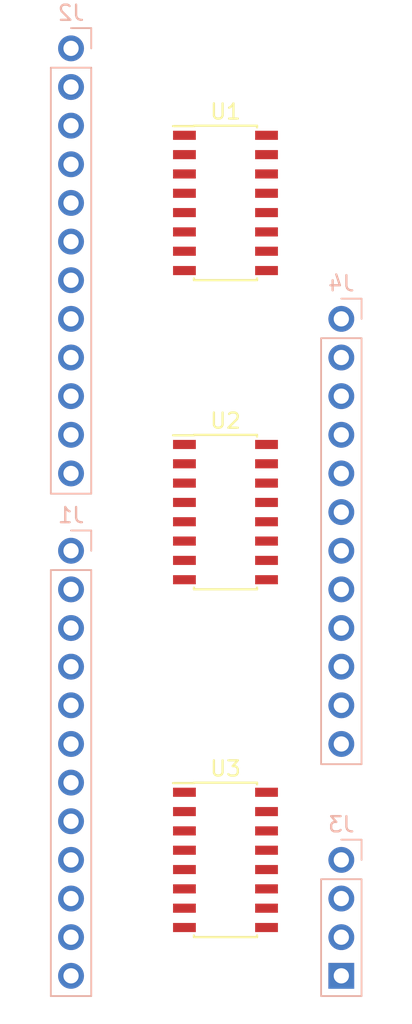
<source format=kicad_pcb>
(kicad_pcb (version 4) (host pcbnew 4.0.7)

  (general
    (links 48)
    (no_connects 48)
    (area 137.492381 67.815 164.76762 135.485)
    (thickness 1.6)
    (drawings 0)
    (tracks 0)
    (zones 0)
    (modules 7)
    (nets 41)
  )

  (page A4)
  (layers
    (0 F.Cu signal)
    (31 B.Cu signal)
    (32 B.Adhes user)
    (33 F.Adhes user)
    (34 B.Paste user)
    (35 F.Paste user)
    (36 B.SilkS user)
    (37 F.SilkS user)
    (38 B.Mask user)
    (39 F.Mask user)
    (40 Dwgs.User user)
    (41 Cmts.User user)
    (42 Eco1.User user)
    (43 Eco2.User user)
    (44 Edge.Cuts user)
    (45 Margin user)
    (46 B.CrtYd user)
    (47 F.CrtYd user)
    (48 B.Fab user)
    (49 F.Fab user)
  )

  (setup
    (last_trace_width 0.25)
    (trace_clearance 0.2)
    (zone_clearance 0.508)
    (zone_45_only no)
    (trace_min 0.2)
    (segment_width 0.2)
    (edge_width 0.15)
    (via_size 0.6)
    (via_drill 0.4)
    (via_min_size 0.4)
    (via_min_drill 0.3)
    (uvia_size 0.3)
    (uvia_drill 0.1)
    (uvias_allowed no)
    (uvia_min_size 0.2)
    (uvia_min_drill 0.1)
    (pcb_text_width 0.3)
    (pcb_text_size 1.5 1.5)
    (mod_edge_width 0.15)
    (mod_text_size 1 1)
    (mod_text_width 0.15)
    (pad_size 1.7 1.7)
    (pad_drill 1)
    (pad_to_mask_clearance 0.2)
    (aux_axis_origin 0 0)
    (visible_elements FFFFFF7F)
    (pcbplotparams
      (layerselection 0x00030_80000001)
      (usegerberextensions false)
      (excludeedgelayer true)
      (linewidth 0.100000)
      (plotframeref false)
      (viasonmask false)
      (mode 1)
      (useauxorigin false)
      (hpglpennumber 1)
      (hpglpenspeed 20)
      (hpglpendiameter 15)
      (hpglpenoverlay 2)
      (psnegative false)
      (psa4output false)
      (plotreference true)
      (plotvalue true)
      (plotinvisibletext false)
      (padsonsilk false)
      (subtractmaskfromsilk false)
      (outputformat 1)
      (mirror false)
      (drillshape 1)
      (scaleselection 1)
      (outputdirectory ""))
  )

  (net 0 "")
  (net 1 "Net-(J1-Pad1)")
  (net 2 "Net-(J1-Pad2)")
  (net 3 "Net-(J1-Pad3)")
  (net 4 "Net-(J1-Pad4)")
  (net 5 "Net-(J1-Pad5)")
  (net 6 "Net-(J1-Pad6)")
  (net 7 "Net-(J1-Pad7)")
  (net 8 "Net-(J1-Pad8)")
  (net 9 "Net-(J1-Pad9)")
  (net 10 "Net-(J1-Pad10)")
  (net 11 "Net-(J1-Pad11)")
  (net 12 "Net-(J1-Pad12)")
  (net 13 "Net-(J2-Pad1)")
  (net 14 "Net-(J2-Pad2)")
  (net 15 "Net-(J2-Pad3)")
  (net 16 "Net-(J2-Pad4)")
  (net 17 "Net-(J2-Pad5)")
  (net 18 "Net-(J2-Pad6)")
  (net 19 "Net-(J2-Pad7)")
  (net 20 "Net-(J2-Pad8)")
  (net 21 "Net-(J2-Pad9)")
  (net 22 "Net-(J2-Pad10)")
  (net 23 "Net-(J2-Pad11)")
  (net 24 "Net-(J2-Pad12)")
  (net 25 /SEL)
  (net 26 /~OE)
  (net 27 VCC)
  (net 28 GND)
  (net 29 "Net-(J4-Pad1)")
  (net 30 "Net-(J4-Pad2)")
  (net 31 "Net-(J4-Pad3)")
  (net 32 "Net-(J4-Pad4)")
  (net 33 "Net-(J4-Pad5)")
  (net 34 "Net-(J4-Pad6)")
  (net 35 /Absicht_BITCH)
  (net 36 "Net-(J4-Pad8)")
  (net 37 "Net-(J4-Pad9)")
  (net 38 "Net-(J4-Pad10)")
  (net 39 "Net-(J4-Pad11)")
  (net 40 "Net-(J4-Pad12)")

  (net_class Default "This is the default net class."
    (clearance 0.2)
    (trace_width 0.25)
    (via_dia 0.6)
    (via_drill 0.4)
    (uvia_dia 0.3)
    (uvia_drill 0.1)
    (add_net /Absicht_BITCH)
    (add_net /SEL)
    (add_net /~OE)
    (add_net GND)
    (add_net "Net-(J1-Pad1)")
    (add_net "Net-(J1-Pad10)")
    (add_net "Net-(J1-Pad11)")
    (add_net "Net-(J1-Pad12)")
    (add_net "Net-(J1-Pad2)")
    (add_net "Net-(J1-Pad3)")
    (add_net "Net-(J1-Pad4)")
    (add_net "Net-(J1-Pad5)")
    (add_net "Net-(J1-Pad6)")
    (add_net "Net-(J1-Pad7)")
    (add_net "Net-(J1-Pad8)")
    (add_net "Net-(J1-Pad9)")
    (add_net "Net-(J2-Pad1)")
    (add_net "Net-(J2-Pad10)")
    (add_net "Net-(J2-Pad11)")
    (add_net "Net-(J2-Pad12)")
    (add_net "Net-(J2-Pad2)")
    (add_net "Net-(J2-Pad3)")
    (add_net "Net-(J2-Pad4)")
    (add_net "Net-(J2-Pad5)")
    (add_net "Net-(J2-Pad6)")
    (add_net "Net-(J2-Pad7)")
    (add_net "Net-(J2-Pad8)")
    (add_net "Net-(J2-Pad9)")
    (add_net "Net-(J4-Pad1)")
    (add_net "Net-(J4-Pad10)")
    (add_net "Net-(J4-Pad11)")
    (add_net "Net-(J4-Pad12)")
    (add_net "Net-(J4-Pad2)")
    (add_net "Net-(J4-Pad3)")
    (add_net "Net-(J4-Pad4)")
    (add_net "Net-(J4-Pad5)")
    (add_net "Net-(J4-Pad6)")
    (add_net "Net-(J4-Pad8)")
    (add_net "Net-(J4-Pad9)")
    (add_net VCC)
  )

  (module Pin_Headers:Pin_Header_Straight_1x12_Pitch2.54mm (layer B.Cu) (tedit 5AA01043) (tstamp 5AA008ED)
    (at 142.24 104.14 180)
    (descr "Through hole straight pin header, 1x12, 2.54mm pitch, single row")
    (tags "Through hole pin header THT 1x12 2.54mm single row")
    (path /5A9FFEB4)
    (fp_text reference J1 (at 0 2.33 180) (layer B.SilkS)
      (effects (font (size 1 1) (thickness 0.15)) (justify mirror))
    )
    (fp_text value Conn_01x12 (at 0 -30.27 180) (layer B.Fab)
      (effects (font (size 1 1) (thickness 0.15)) (justify mirror))
    )
    (fp_line (start -0.635 1.27) (end 1.27 1.27) (layer B.Fab) (width 0.1))
    (fp_line (start 1.27 1.27) (end 1.27 -29.21) (layer B.Fab) (width 0.1))
    (fp_line (start 1.27 -29.21) (end -1.27 -29.21) (layer B.Fab) (width 0.1))
    (fp_line (start -1.27 -29.21) (end -1.27 0.635) (layer B.Fab) (width 0.1))
    (fp_line (start -1.27 0.635) (end -0.635 1.27) (layer B.Fab) (width 0.1))
    (fp_line (start -1.33 -29.27) (end 1.33 -29.27) (layer B.SilkS) (width 0.12))
    (fp_line (start -1.33 -1.27) (end -1.33 -29.27) (layer B.SilkS) (width 0.12))
    (fp_line (start 1.33 -1.27) (end 1.33 -29.27) (layer B.SilkS) (width 0.12))
    (fp_line (start -1.33 -1.27) (end 1.33 -1.27) (layer B.SilkS) (width 0.12))
    (fp_line (start -1.33 0) (end -1.33 1.33) (layer B.SilkS) (width 0.12))
    (fp_line (start -1.33 1.33) (end 0 1.33) (layer B.SilkS) (width 0.12))
    (fp_line (start -1.8 1.8) (end -1.8 -29.75) (layer B.CrtYd) (width 0.05))
    (fp_line (start -1.8 -29.75) (end 1.8 -29.75) (layer B.CrtYd) (width 0.05))
    (fp_line (start 1.8 -29.75) (end 1.8 1.8) (layer B.CrtYd) (width 0.05))
    (fp_line (start 1.8 1.8) (end -1.8 1.8) (layer B.CrtYd) (width 0.05))
    (fp_text user %R (at 0 -13.97 450) (layer B.Fab)
      (effects (font (size 1 1) (thickness 0.15)) (justify mirror))
    )
    (pad 1 thru_hole circle (at 0 0 180) (size 1.7 1.7) (drill 1) (layers *.Cu *.Mask)
      (net 1 "Net-(J1-Pad1)"))
    (pad 2 thru_hole oval (at 0 -2.54 180) (size 1.7 1.7) (drill 1) (layers *.Cu *.Mask)
      (net 2 "Net-(J1-Pad2)"))
    (pad 3 thru_hole oval (at 0 -5.08 180) (size 1.7 1.7) (drill 1) (layers *.Cu *.Mask)
      (net 3 "Net-(J1-Pad3)"))
    (pad 4 thru_hole oval (at 0 -7.62 180) (size 1.7 1.7) (drill 1) (layers *.Cu *.Mask)
      (net 4 "Net-(J1-Pad4)"))
    (pad 5 thru_hole oval (at 0 -10.16 180) (size 1.7 1.7) (drill 1) (layers *.Cu *.Mask)
      (net 5 "Net-(J1-Pad5)"))
    (pad 6 thru_hole oval (at 0 -12.7 180) (size 1.7 1.7) (drill 1) (layers *.Cu *.Mask)
      (net 6 "Net-(J1-Pad6)"))
    (pad 7 thru_hole oval (at 0 -15.24 180) (size 1.7 1.7) (drill 1) (layers *.Cu *.Mask)
      (net 7 "Net-(J1-Pad7)"))
    (pad 8 thru_hole oval (at 0 -17.78 180) (size 1.7 1.7) (drill 1) (layers *.Cu *.Mask)
      (net 8 "Net-(J1-Pad8)"))
    (pad 9 thru_hole oval (at 0 -20.32 180) (size 1.7 1.7) (drill 1) (layers *.Cu *.Mask)
      (net 9 "Net-(J1-Pad9)"))
    (pad 10 thru_hole oval (at 0 -22.86 180) (size 1.7 1.7) (drill 1) (layers *.Cu *.Mask)
      (net 10 "Net-(J1-Pad10)"))
    (pad 11 thru_hole oval (at 0 -25.4 180) (size 1.7 1.7) (drill 1) (layers *.Cu *.Mask)
      (net 11 "Net-(J1-Pad11)"))
    (pad 12 thru_hole oval (at 0 -27.94 180) (size 1.7 1.7) (drill 1) (layers *.Cu *.Mask)
      (net 12 "Net-(J1-Pad12)"))
    (model ${KISYS3DMOD}/Pin_Headers.3dshapes/Pin_Header_Straight_1x12_Pitch2.54mm.wrl
      (at (xyz 0 0 0))
      (scale (xyz 1 1 1))
      (rotate (xyz 0 0 0))
    )
  )

  (module Pin_Headers:Pin_Header_Straight_1x12_Pitch2.54mm (layer B.Cu) (tedit 5AA01016) (tstamp 5AA008FD)
    (at 142.24 71.12 180)
    (descr "Through hole straight pin header, 1x12, 2.54mm pitch, single row")
    (tags "Through hole pin header THT 1x12 2.54mm single row")
    (path /5A9FFDF1)
    (fp_text reference J2 (at 0 2.33 180) (layer B.SilkS)
      (effects (font (size 1 1) (thickness 0.15)) (justify mirror))
    )
    (fp_text value Conn_01x12 (at 0 -30.27 180) (layer B.Fab)
      (effects (font (size 1 1) (thickness 0.15)) (justify mirror))
    )
    (fp_line (start -0.635 1.27) (end 1.27 1.27) (layer B.Fab) (width 0.1))
    (fp_line (start 1.27 1.27) (end 1.27 -29.21) (layer B.Fab) (width 0.1))
    (fp_line (start 1.27 -29.21) (end -1.27 -29.21) (layer B.Fab) (width 0.1))
    (fp_line (start -1.27 -29.21) (end -1.27 0.635) (layer B.Fab) (width 0.1))
    (fp_line (start -1.27 0.635) (end -0.635 1.27) (layer B.Fab) (width 0.1))
    (fp_line (start -1.33 -29.27) (end 1.33 -29.27) (layer B.SilkS) (width 0.12))
    (fp_line (start -1.33 -1.27) (end -1.33 -29.27) (layer B.SilkS) (width 0.12))
    (fp_line (start 1.33 -1.27) (end 1.33 -29.27) (layer B.SilkS) (width 0.12))
    (fp_line (start -1.33 -1.27) (end 1.33 -1.27) (layer B.SilkS) (width 0.12))
    (fp_line (start -1.33 0) (end -1.33 1.33) (layer B.SilkS) (width 0.12))
    (fp_line (start -1.33 1.33) (end 0 1.33) (layer B.SilkS) (width 0.12))
    (fp_line (start -1.8 1.8) (end -1.8 -29.75) (layer B.CrtYd) (width 0.05))
    (fp_line (start -1.8 -29.75) (end 1.8 -29.75) (layer B.CrtYd) (width 0.05))
    (fp_line (start 1.8 -29.75) (end 1.8 1.8) (layer B.CrtYd) (width 0.05))
    (fp_line (start 1.8 1.8) (end -1.8 1.8) (layer B.CrtYd) (width 0.05))
    (fp_text user %R (at 0 -13.97 450) (layer B.Fab)
      (effects (font (size 1 1) (thickness 0.15)) (justify mirror))
    )
    (pad 1 thru_hole circle (at 0 0 180) (size 1.7 1.7) (drill 1) (layers *.Cu *.Mask)
      (net 13 "Net-(J2-Pad1)"))
    (pad 2 thru_hole oval (at 0 -2.54 180) (size 1.7 1.7) (drill 1) (layers *.Cu *.Mask)
      (net 14 "Net-(J2-Pad2)"))
    (pad 3 thru_hole oval (at 0 -5.08 180) (size 1.7 1.7) (drill 1) (layers *.Cu *.Mask)
      (net 15 "Net-(J2-Pad3)"))
    (pad 4 thru_hole oval (at 0 -7.62 180) (size 1.7 1.7) (drill 1) (layers *.Cu *.Mask)
      (net 16 "Net-(J2-Pad4)"))
    (pad 5 thru_hole oval (at 0 -10.16 180) (size 1.7 1.7) (drill 1) (layers *.Cu *.Mask)
      (net 17 "Net-(J2-Pad5)"))
    (pad 6 thru_hole oval (at 0 -12.7 180) (size 1.7 1.7) (drill 1) (layers *.Cu *.Mask)
      (net 18 "Net-(J2-Pad6)"))
    (pad 7 thru_hole oval (at 0 -15.24 180) (size 1.7 1.7) (drill 1) (layers *.Cu *.Mask)
      (net 19 "Net-(J2-Pad7)"))
    (pad 8 thru_hole oval (at 0 -17.78 180) (size 1.7 1.7) (drill 1) (layers *.Cu *.Mask)
      (net 20 "Net-(J2-Pad8)"))
    (pad 9 thru_hole oval (at 0 -20.32 180) (size 1.7 1.7) (drill 1) (layers *.Cu *.Mask)
      (net 21 "Net-(J2-Pad9)"))
    (pad 10 thru_hole oval (at 0 -22.86 180) (size 1.7 1.7) (drill 1) (layers *.Cu *.Mask)
      (net 22 "Net-(J2-Pad10)"))
    (pad 11 thru_hole oval (at 0 -25.4 180) (size 1.7 1.7) (drill 1) (layers *.Cu *.Mask)
      (net 23 "Net-(J2-Pad11)"))
    (pad 12 thru_hole oval (at 0 -27.94 180) (size 1.7 1.7) (drill 1) (layers *.Cu *.Mask)
      (net 24 "Net-(J2-Pad12)"))
    (model ${KISYS3DMOD}/Pin_Headers.3dshapes/Pin_Header_Straight_1x12_Pitch2.54mm.wrl
      (at (xyz 0 0 0))
      (scale (xyz 1 1 1))
      (rotate (xyz 0 0 0))
    )
  )

  (module Pin_Headers:Pin_Header_Straight_1x04_Pitch2.54mm (layer B.Cu) (tedit 5AA00FF6) (tstamp 5AA00905)
    (at 160.02 124.46 180)
    (descr "Through hole straight pin header, 1x04, 2.54mm pitch, single row")
    (tags "Through hole pin header THT 1x04 2.54mm single row")
    (path /5A9FFF5C)
    (fp_text reference J3 (at 0 2.33 180) (layer B.SilkS)
      (effects (font (size 1 1) (thickness 0.15)) (justify mirror))
    )
    (fp_text value Conn_01x04 (at 0 -9.95 180) (layer B.Fab)
      (effects (font (size 1 1) (thickness 0.15)) (justify mirror))
    )
    (fp_line (start -0.635 1.27) (end 1.27 1.27) (layer B.Fab) (width 0.1))
    (fp_line (start 1.27 1.27) (end 1.27 -8.89) (layer B.Fab) (width 0.1))
    (fp_line (start 1.27 -8.89) (end -1.27 -8.89) (layer B.Fab) (width 0.1))
    (fp_line (start -1.27 -8.89) (end -1.27 0.635) (layer B.Fab) (width 0.1))
    (fp_line (start -1.27 0.635) (end -0.635 1.27) (layer B.Fab) (width 0.1))
    (fp_line (start -1.33 -8.95) (end 1.33 -8.95) (layer B.SilkS) (width 0.12))
    (fp_line (start -1.33 -1.27) (end -1.33 -8.95) (layer B.SilkS) (width 0.12))
    (fp_line (start 1.33 -1.27) (end 1.33 -8.95) (layer B.SilkS) (width 0.12))
    (fp_line (start -1.33 -1.27) (end 1.33 -1.27) (layer B.SilkS) (width 0.12))
    (fp_line (start -1.33 0) (end -1.33 1.33) (layer B.SilkS) (width 0.12))
    (fp_line (start -1.33 1.33) (end 0 1.33) (layer B.SilkS) (width 0.12))
    (fp_line (start -1.8 1.8) (end -1.8 -9.4) (layer B.CrtYd) (width 0.05))
    (fp_line (start -1.8 -9.4) (end 1.8 -9.4) (layer B.CrtYd) (width 0.05))
    (fp_line (start 1.8 -9.4) (end 1.8 1.8) (layer B.CrtYd) (width 0.05))
    (fp_line (start 1.8 1.8) (end -1.8 1.8) (layer B.CrtYd) (width 0.05))
    (fp_text user %R (at 0 -3.81 450) (layer B.Fab)
      (effects (font (size 1 1) (thickness 0.15)) (justify mirror))
    )
    (pad 1 thru_hole circle (at 0 0 180) (size 1.7 1.7) (drill 1) (layers *.Cu *.Mask)
      (net 25 /SEL))
    (pad 2 thru_hole oval (at 0 -2.54 180) (size 1.7 1.7) (drill 1) (layers *.Cu *.Mask)
      (net 26 /~OE))
    (pad 3 thru_hole oval (at 0 -5.08 180) (size 1.7 1.7) (drill 1) (layers *.Cu *.Mask)
      (net 27 VCC))
    (pad 4 thru_hole rect (at 0 -7.62 180) (size 1.7 1.7) (drill 1) (layers *.Cu *.Mask)
      (net 28 GND))
    (model ${KISYS3DMOD}/Pin_Headers.3dshapes/Pin_Header_Straight_1x04_Pitch2.54mm.wrl
      (at (xyz 0 0 0))
      (scale (xyz 1 1 1))
      (rotate (xyz 0 0 0))
    )
  )

  (module Pin_Headers:Pin_Header_Straight_1x12_Pitch2.54mm (layer B.Cu) (tedit 5AA01030) (tstamp 5AA00915)
    (at 160.02 88.9 180)
    (descr "Through hole straight pin header, 1x12, 2.54mm pitch, single row")
    (tags "Through hole pin header THT 1x12 2.54mm single row")
    (path /5A9FFEF2)
    (fp_text reference J4 (at 0 2.33 180) (layer B.SilkS)
      (effects (font (size 1 1) (thickness 0.15)) (justify mirror))
    )
    (fp_text value Conn_01x12 (at 0 -30.27 180) (layer B.Fab)
      (effects (font (size 1 1) (thickness 0.15)) (justify mirror))
    )
    (fp_line (start -0.635 1.27) (end 1.27 1.27) (layer B.Fab) (width 0.1))
    (fp_line (start 1.27 1.27) (end 1.27 -29.21) (layer B.Fab) (width 0.1))
    (fp_line (start 1.27 -29.21) (end -1.27 -29.21) (layer B.Fab) (width 0.1))
    (fp_line (start -1.27 -29.21) (end -1.27 0.635) (layer B.Fab) (width 0.1))
    (fp_line (start -1.27 0.635) (end -0.635 1.27) (layer B.Fab) (width 0.1))
    (fp_line (start -1.33 -29.27) (end 1.33 -29.27) (layer B.SilkS) (width 0.12))
    (fp_line (start -1.33 -1.27) (end -1.33 -29.27) (layer B.SilkS) (width 0.12))
    (fp_line (start 1.33 -1.27) (end 1.33 -29.27) (layer B.SilkS) (width 0.12))
    (fp_line (start -1.33 -1.27) (end 1.33 -1.27) (layer B.SilkS) (width 0.12))
    (fp_line (start -1.33 0) (end -1.33 1.33) (layer B.SilkS) (width 0.12))
    (fp_line (start -1.33 1.33) (end 0 1.33) (layer B.SilkS) (width 0.12))
    (fp_line (start -1.8 1.8) (end -1.8 -29.75) (layer B.CrtYd) (width 0.05))
    (fp_line (start -1.8 -29.75) (end 1.8 -29.75) (layer B.CrtYd) (width 0.05))
    (fp_line (start 1.8 -29.75) (end 1.8 1.8) (layer B.CrtYd) (width 0.05))
    (fp_line (start 1.8 1.8) (end -1.8 1.8) (layer B.CrtYd) (width 0.05))
    (fp_text user %R (at 0 -13.97 450) (layer B.Fab)
      (effects (font (size 1 1) (thickness 0.15)) (justify mirror))
    )
    (pad 1 thru_hole circle (at 0 0 180) (size 1.7 1.7) (drill 1) (layers *.Cu *.Mask)
      (net 29 "Net-(J4-Pad1)"))
    (pad 2 thru_hole oval (at 0 -2.54 180) (size 1.7 1.7) (drill 1) (layers *.Cu *.Mask)
      (net 30 "Net-(J4-Pad2)"))
    (pad 3 thru_hole oval (at 0 -5.08 180) (size 1.7 1.7) (drill 1) (layers *.Cu *.Mask)
      (net 31 "Net-(J4-Pad3)"))
    (pad 4 thru_hole oval (at 0 -7.62 180) (size 1.7 1.7) (drill 1) (layers *.Cu *.Mask)
      (net 32 "Net-(J4-Pad4)"))
    (pad 5 thru_hole oval (at 0 -10.16 180) (size 1.7 1.7) (drill 1) (layers *.Cu *.Mask)
      (net 33 "Net-(J4-Pad5)"))
    (pad 6 thru_hole oval (at 0 -12.7 180) (size 1.7 1.7) (drill 1) (layers *.Cu *.Mask)
      (net 34 "Net-(J4-Pad6)"))
    (pad 7 thru_hole oval (at 0 -15.24 180) (size 1.7 1.7) (drill 1) (layers *.Cu *.Mask)
      (net 35 /Absicht_BITCH))
    (pad 8 thru_hole oval (at 0 -17.78 180) (size 1.7 1.7) (drill 1) (layers *.Cu *.Mask)
      (net 36 "Net-(J4-Pad8)"))
    (pad 9 thru_hole oval (at 0 -20.32 180) (size 1.7 1.7) (drill 1) (layers *.Cu *.Mask)
      (net 37 "Net-(J4-Pad9)"))
    (pad 10 thru_hole oval (at 0 -22.86 180) (size 1.7 1.7) (drill 1) (layers *.Cu *.Mask)
      (net 38 "Net-(J4-Pad10)"))
    (pad 11 thru_hole oval (at 0 -25.4 180) (size 1.7 1.7) (drill 1) (layers *.Cu *.Mask)
      (net 39 "Net-(J4-Pad11)"))
    (pad 12 thru_hole oval (at 0 -27.94 180) (size 1.7 1.7) (drill 1) (layers *.Cu *.Mask)
      (net 40 "Net-(J4-Pad12)"))
    (model ${KISYS3DMOD}/Pin_Headers.3dshapes/Pin_Header_Straight_1x12_Pitch2.54mm.wrl
      (at (xyz 0 0 0))
      (scale (xyz 1 1 1))
      (rotate (xyz 0 0 0))
    )
  )

  (module Housings_SOIC:SOIC-16_3.9x9.9mm_Pitch1.27mm (layer F.Cu) (tedit 58CC8F64) (tstamp 5AA00929)
    (at 152.4 81.28)
    (descr "16-Lead Plastic Small Outline (SL) - Narrow, 3.90 mm Body [SOIC] (see Microchip Packaging Specification 00000049BS.pdf)")
    (tags "SOIC 1.27")
    (path /5A9FF14C)
    (attr smd)
    (fp_text reference U1 (at 0 -6) (layer F.SilkS)
      (effects (font (size 1 1) (thickness 0.15)))
    )
    (fp_text value 74LS257 (at 0 6) (layer F.Fab)
      (effects (font (size 1 1) (thickness 0.15)))
    )
    (fp_text user %R (at 0 0) (layer F.Fab)
      (effects (font (size 0.9 0.9) (thickness 0.135)))
    )
    (fp_line (start -0.95 -4.95) (end 1.95 -4.95) (layer F.Fab) (width 0.15))
    (fp_line (start 1.95 -4.95) (end 1.95 4.95) (layer F.Fab) (width 0.15))
    (fp_line (start 1.95 4.95) (end -1.95 4.95) (layer F.Fab) (width 0.15))
    (fp_line (start -1.95 4.95) (end -1.95 -3.95) (layer F.Fab) (width 0.15))
    (fp_line (start -1.95 -3.95) (end -0.95 -4.95) (layer F.Fab) (width 0.15))
    (fp_line (start -3.7 -5.25) (end -3.7 5.25) (layer F.CrtYd) (width 0.05))
    (fp_line (start 3.7 -5.25) (end 3.7 5.25) (layer F.CrtYd) (width 0.05))
    (fp_line (start -3.7 -5.25) (end 3.7 -5.25) (layer F.CrtYd) (width 0.05))
    (fp_line (start -3.7 5.25) (end 3.7 5.25) (layer F.CrtYd) (width 0.05))
    (fp_line (start -2.075 -5.075) (end -2.075 -5.05) (layer F.SilkS) (width 0.15))
    (fp_line (start 2.075 -5.075) (end 2.075 -4.97) (layer F.SilkS) (width 0.15))
    (fp_line (start 2.075 5.075) (end 2.075 4.97) (layer F.SilkS) (width 0.15))
    (fp_line (start -2.075 5.075) (end -2.075 4.97) (layer F.SilkS) (width 0.15))
    (fp_line (start -2.075 -5.075) (end 2.075 -5.075) (layer F.SilkS) (width 0.15))
    (fp_line (start -2.075 5.075) (end 2.075 5.075) (layer F.SilkS) (width 0.15))
    (fp_line (start -2.075 -5.05) (end -3.45 -5.05) (layer F.SilkS) (width 0.15))
    (pad 1 smd rect (at -2.7 -4.445) (size 1.5 0.6) (layers F.Cu F.Paste F.Mask)
      (net 25 /SEL))
    (pad 2 smd rect (at -2.7 -3.175) (size 1.5 0.6) (layers F.Cu F.Paste F.Mask)
      (net 1 "Net-(J1-Pad1)"))
    (pad 3 smd rect (at -2.7 -1.905) (size 1.5 0.6) (layers F.Cu F.Paste F.Mask)
      (net 13 "Net-(J2-Pad1)"))
    (pad 4 smd rect (at -2.7 -0.635) (size 1.5 0.6) (layers F.Cu F.Paste F.Mask)
      (net 29 "Net-(J4-Pad1)"))
    (pad 5 smd rect (at -2.7 0.635) (size 1.5 0.6) (layers F.Cu F.Paste F.Mask)
      (net 2 "Net-(J1-Pad2)"))
    (pad 6 smd rect (at -2.7 1.905) (size 1.5 0.6) (layers F.Cu F.Paste F.Mask)
      (net 14 "Net-(J2-Pad2)"))
    (pad 7 smd rect (at -2.7 3.175) (size 1.5 0.6) (layers F.Cu F.Paste F.Mask)
      (net 30 "Net-(J4-Pad2)"))
    (pad 8 smd rect (at -2.7 4.445) (size 1.5 0.6) (layers F.Cu F.Paste F.Mask)
      (net 28 GND))
    (pad 9 smd rect (at 2.7 4.445) (size 1.5 0.6) (layers F.Cu F.Paste F.Mask)
      (net 32 "Net-(J4-Pad4)"))
    (pad 10 smd rect (at 2.7 3.175) (size 1.5 0.6) (layers F.Cu F.Paste F.Mask)
      (net 16 "Net-(J2-Pad4)"))
    (pad 11 smd rect (at 2.7 1.905) (size 1.5 0.6) (layers F.Cu F.Paste F.Mask)
      (net 4 "Net-(J1-Pad4)"))
    (pad 12 smd rect (at 2.7 0.635) (size 1.5 0.6) (layers F.Cu F.Paste F.Mask)
      (net 31 "Net-(J4-Pad3)"))
    (pad 13 smd rect (at 2.7 -0.635) (size 1.5 0.6) (layers F.Cu F.Paste F.Mask)
      (net 15 "Net-(J2-Pad3)"))
    (pad 14 smd rect (at 2.7 -1.905) (size 1.5 0.6) (layers F.Cu F.Paste F.Mask)
      (net 3 "Net-(J1-Pad3)"))
    (pad 15 smd rect (at 2.7 -3.175) (size 1.5 0.6) (layers F.Cu F.Paste F.Mask)
      (net 26 /~OE))
    (pad 16 smd rect (at 2.7 -4.445) (size 1.5 0.6) (layers F.Cu F.Paste F.Mask)
      (net 27 VCC))
    (model ${KISYS3DMOD}/Housings_SOIC.3dshapes/SOIC-16_3.9x9.9mm_Pitch1.27mm.wrl
      (at (xyz 0 0 0))
      (scale (xyz 1 1 1))
      (rotate (xyz 0 0 0))
    )
  )

  (module Housings_SOIC:SOIC-16_3.9x9.9mm_Pitch1.27mm (layer F.Cu) (tedit 58CC8F64) (tstamp 5AA0093D)
    (at 152.4 101.6)
    (descr "16-Lead Plastic Small Outline (SL) - Narrow, 3.90 mm Body [SOIC] (see Microchip Packaging Specification 00000049BS.pdf)")
    (tags "SOIC 1.27")
    (path /5A9FFC25)
    (attr smd)
    (fp_text reference U2 (at 0 -6) (layer F.SilkS)
      (effects (font (size 1 1) (thickness 0.15)))
    )
    (fp_text value 74LS257 (at 0 6) (layer F.Fab)
      (effects (font (size 1 1) (thickness 0.15)))
    )
    (fp_text user %R (at 0 0) (layer F.Fab)
      (effects (font (size 0.9 0.9) (thickness 0.135)))
    )
    (fp_line (start -0.95 -4.95) (end 1.95 -4.95) (layer F.Fab) (width 0.15))
    (fp_line (start 1.95 -4.95) (end 1.95 4.95) (layer F.Fab) (width 0.15))
    (fp_line (start 1.95 4.95) (end -1.95 4.95) (layer F.Fab) (width 0.15))
    (fp_line (start -1.95 4.95) (end -1.95 -3.95) (layer F.Fab) (width 0.15))
    (fp_line (start -1.95 -3.95) (end -0.95 -4.95) (layer F.Fab) (width 0.15))
    (fp_line (start -3.7 -5.25) (end -3.7 5.25) (layer F.CrtYd) (width 0.05))
    (fp_line (start 3.7 -5.25) (end 3.7 5.25) (layer F.CrtYd) (width 0.05))
    (fp_line (start -3.7 -5.25) (end 3.7 -5.25) (layer F.CrtYd) (width 0.05))
    (fp_line (start -3.7 5.25) (end 3.7 5.25) (layer F.CrtYd) (width 0.05))
    (fp_line (start -2.075 -5.075) (end -2.075 -5.05) (layer F.SilkS) (width 0.15))
    (fp_line (start 2.075 -5.075) (end 2.075 -4.97) (layer F.SilkS) (width 0.15))
    (fp_line (start 2.075 5.075) (end 2.075 4.97) (layer F.SilkS) (width 0.15))
    (fp_line (start -2.075 5.075) (end -2.075 4.97) (layer F.SilkS) (width 0.15))
    (fp_line (start -2.075 -5.075) (end 2.075 -5.075) (layer F.SilkS) (width 0.15))
    (fp_line (start -2.075 5.075) (end 2.075 5.075) (layer F.SilkS) (width 0.15))
    (fp_line (start -2.075 -5.05) (end -3.45 -5.05) (layer F.SilkS) (width 0.15))
    (pad 1 smd rect (at -2.7 -4.445) (size 1.5 0.6) (layers F.Cu F.Paste F.Mask)
      (net 25 /SEL))
    (pad 2 smd rect (at -2.7 -3.175) (size 1.5 0.6) (layers F.Cu F.Paste F.Mask)
      (net 5 "Net-(J1-Pad5)"))
    (pad 3 smd rect (at -2.7 -1.905) (size 1.5 0.6) (layers F.Cu F.Paste F.Mask)
      (net 17 "Net-(J2-Pad5)"))
    (pad 4 smd rect (at -2.7 -0.635) (size 1.5 0.6) (layers F.Cu F.Paste F.Mask)
      (net 33 "Net-(J4-Pad5)"))
    (pad 5 smd rect (at -2.7 0.635) (size 1.5 0.6) (layers F.Cu F.Paste F.Mask)
      (net 6 "Net-(J1-Pad6)"))
    (pad 6 smd rect (at -2.7 1.905) (size 1.5 0.6) (layers F.Cu F.Paste F.Mask)
      (net 18 "Net-(J2-Pad6)"))
    (pad 7 smd rect (at -2.7 3.175) (size 1.5 0.6) (layers F.Cu F.Paste F.Mask)
      (net 34 "Net-(J4-Pad6)"))
    (pad 8 smd rect (at -2.7 4.445) (size 1.5 0.6) (layers F.Cu F.Paste F.Mask)
      (net 28 GND))
    (pad 9 smd rect (at 2.7 4.445) (size 1.5 0.6) (layers F.Cu F.Paste F.Mask)
      (net 36 "Net-(J4-Pad8)"))
    (pad 10 smd rect (at 2.7 3.175) (size 1.5 0.6) (layers F.Cu F.Paste F.Mask)
      (net 20 "Net-(J2-Pad8)"))
    (pad 11 smd rect (at 2.7 1.905) (size 1.5 0.6) (layers F.Cu F.Paste F.Mask)
      (net 8 "Net-(J1-Pad8)"))
    (pad 12 smd rect (at 2.7 0.635) (size 1.5 0.6) (layers F.Cu F.Paste F.Mask)
      (net 35 /Absicht_BITCH))
    (pad 13 smd rect (at 2.7 -0.635) (size 1.5 0.6) (layers F.Cu F.Paste F.Mask)
      (net 19 "Net-(J2-Pad7)"))
    (pad 14 smd rect (at 2.7 -1.905) (size 1.5 0.6) (layers F.Cu F.Paste F.Mask)
      (net 7 "Net-(J1-Pad7)"))
    (pad 15 smd rect (at 2.7 -3.175) (size 1.5 0.6) (layers F.Cu F.Paste F.Mask)
      (net 26 /~OE))
    (pad 16 smd rect (at 2.7 -4.445) (size 1.5 0.6) (layers F.Cu F.Paste F.Mask)
      (net 27 VCC))
    (model ${KISYS3DMOD}/Housings_SOIC.3dshapes/SOIC-16_3.9x9.9mm_Pitch1.27mm.wrl
      (at (xyz 0 0 0))
      (scale (xyz 1 1 1))
      (rotate (xyz 0 0 0))
    )
  )

  (module Housings_SOIC:SOIC-16_3.9x9.9mm_Pitch1.27mm (layer F.Cu) (tedit 58CC8F64) (tstamp 5AA00951)
    (at 152.4 124.46)
    (descr "16-Lead Plastic Small Outline (SL) - Narrow, 3.90 mm Body [SOIC] (see Microchip Packaging Specification 00000049BS.pdf)")
    (tags "SOIC 1.27")
    (path /5A9FFD36)
    (attr smd)
    (fp_text reference U3 (at 0 -6) (layer F.SilkS)
      (effects (font (size 1 1) (thickness 0.15)))
    )
    (fp_text value 74LS257 (at 0 6) (layer F.Fab)
      (effects (font (size 1 1) (thickness 0.15)))
    )
    (fp_text user %R (at 0 0) (layer F.Fab)
      (effects (font (size 0.9 0.9) (thickness 0.135)))
    )
    (fp_line (start -0.95 -4.95) (end 1.95 -4.95) (layer F.Fab) (width 0.15))
    (fp_line (start 1.95 -4.95) (end 1.95 4.95) (layer F.Fab) (width 0.15))
    (fp_line (start 1.95 4.95) (end -1.95 4.95) (layer F.Fab) (width 0.15))
    (fp_line (start -1.95 4.95) (end -1.95 -3.95) (layer F.Fab) (width 0.15))
    (fp_line (start -1.95 -3.95) (end -0.95 -4.95) (layer F.Fab) (width 0.15))
    (fp_line (start -3.7 -5.25) (end -3.7 5.25) (layer F.CrtYd) (width 0.05))
    (fp_line (start 3.7 -5.25) (end 3.7 5.25) (layer F.CrtYd) (width 0.05))
    (fp_line (start -3.7 -5.25) (end 3.7 -5.25) (layer F.CrtYd) (width 0.05))
    (fp_line (start -3.7 5.25) (end 3.7 5.25) (layer F.CrtYd) (width 0.05))
    (fp_line (start -2.075 -5.075) (end -2.075 -5.05) (layer F.SilkS) (width 0.15))
    (fp_line (start 2.075 -5.075) (end 2.075 -4.97) (layer F.SilkS) (width 0.15))
    (fp_line (start 2.075 5.075) (end 2.075 4.97) (layer F.SilkS) (width 0.15))
    (fp_line (start -2.075 5.075) (end -2.075 4.97) (layer F.SilkS) (width 0.15))
    (fp_line (start -2.075 -5.075) (end 2.075 -5.075) (layer F.SilkS) (width 0.15))
    (fp_line (start -2.075 5.075) (end 2.075 5.075) (layer F.SilkS) (width 0.15))
    (fp_line (start -2.075 -5.05) (end -3.45 -5.05) (layer F.SilkS) (width 0.15))
    (pad 1 smd rect (at -2.7 -4.445) (size 1.5 0.6) (layers F.Cu F.Paste F.Mask)
      (net 25 /SEL))
    (pad 2 smd rect (at -2.7 -3.175) (size 1.5 0.6) (layers F.Cu F.Paste F.Mask)
      (net 9 "Net-(J1-Pad9)"))
    (pad 3 smd rect (at -2.7 -1.905) (size 1.5 0.6) (layers F.Cu F.Paste F.Mask)
      (net 21 "Net-(J2-Pad9)"))
    (pad 4 smd rect (at -2.7 -0.635) (size 1.5 0.6) (layers F.Cu F.Paste F.Mask)
      (net 37 "Net-(J4-Pad9)"))
    (pad 5 smd rect (at -2.7 0.635) (size 1.5 0.6) (layers F.Cu F.Paste F.Mask)
      (net 10 "Net-(J1-Pad10)"))
    (pad 6 smd rect (at -2.7 1.905) (size 1.5 0.6) (layers F.Cu F.Paste F.Mask)
      (net 22 "Net-(J2-Pad10)"))
    (pad 7 smd rect (at -2.7 3.175) (size 1.5 0.6) (layers F.Cu F.Paste F.Mask)
      (net 38 "Net-(J4-Pad10)"))
    (pad 8 smd rect (at -2.7 4.445) (size 1.5 0.6) (layers F.Cu F.Paste F.Mask)
      (net 28 GND))
    (pad 9 smd rect (at 2.7 4.445) (size 1.5 0.6) (layers F.Cu F.Paste F.Mask)
      (net 40 "Net-(J4-Pad12)"))
    (pad 10 smd rect (at 2.7 3.175) (size 1.5 0.6) (layers F.Cu F.Paste F.Mask)
      (net 24 "Net-(J2-Pad12)"))
    (pad 11 smd rect (at 2.7 1.905) (size 1.5 0.6) (layers F.Cu F.Paste F.Mask)
      (net 12 "Net-(J1-Pad12)"))
    (pad 12 smd rect (at 2.7 0.635) (size 1.5 0.6) (layers F.Cu F.Paste F.Mask)
      (net 39 "Net-(J4-Pad11)"))
    (pad 13 smd rect (at 2.7 -0.635) (size 1.5 0.6) (layers F.Cu F.Paste F.Mask)
      (net 23 "Net-(J2-Pad11)"))
    (pad 14 smd rect (at 2.7 -1.905) (size 1.5 0.6) (layers F.Cu F.Paste F.Mask)
      (net 11 "Net-(J1-Pad11)"))
    (pad 15 smd rect (at 2.7 -3.175) (size 1.5 0.6) (layers F.Cu F.Paste F.Mask)
      (net 26 /~OE))
    (pad 16 smd rect (at 2.7 -4.445) (size 1.5 0.6) (layers F.Cu F.Paste F.Mask)
      (net 27 VCC))
    (model ${KISYS3DMOD}/Housings_SOIC.3dshapes/SOIC-16_3.9x9.9mm_Pitch1.27mm.wrl
      (at (xyz 0 0 0))
      (scale (xyz 1 1 1))
      (rotate (xyz 0 0 0))
    )
  )

)

</source>
